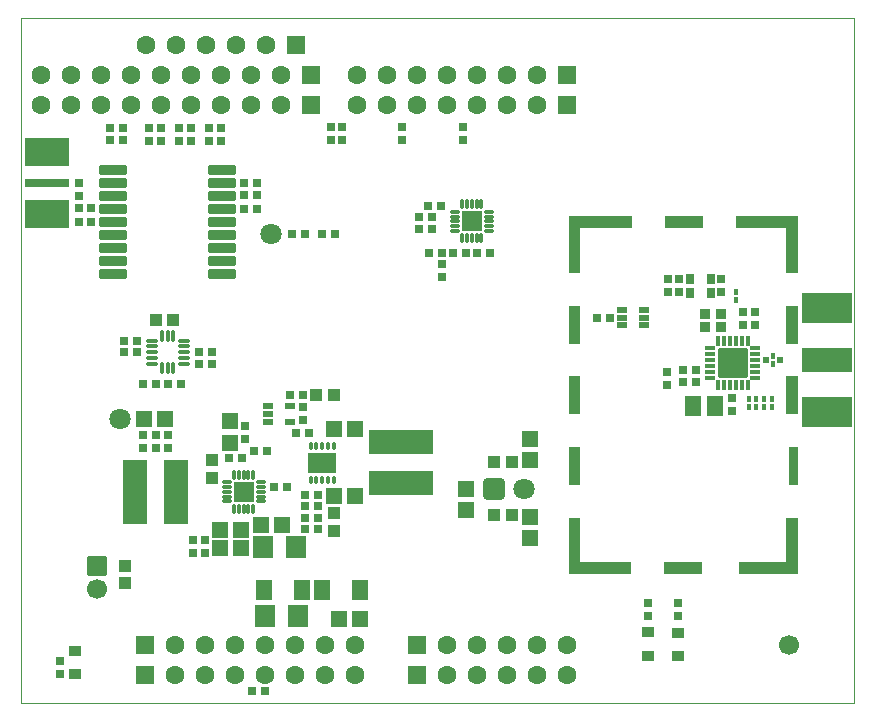
<source format=gts>
%FSAX43Y43*%
%MOMM*%
G71*
G01*
G75*
G04 Layer_Color=8388736*
%ADD10R,0.350X0.400*%
G04:AMPARAMS|DCode=11|XSize=2.4mm|YSize=2.4mm|CornerRadius=0.06mm|HoleSize=0mm|Usage=FLASHONLY|Rotation=270.000|XOffset=0mm|YOffset=0mm|HoleType=Round|Shape=RoundedRectangle|*
%AMROUNDEDRECTD11*
21,1,2.400,2.280,0,0,270.0*
21,1,2.280,2.400,0,0,270.0*
1,1,0.120,-1.140,-1.140*
1,1,0.120,-1.140,1.140*
1,1,0.120,1.140,1.140*
1,1,0.120,1.140,-1.140*
%
%ADD11ROUNDEDRECTD11*%
%ADD12O,0.300X0.800*%
%ADD13O,0.800X0.300*%
%ADD14R,0.500X0.500*%
%ADD15R,0.850X0.400*%
%ADD16R,0.650X0.650*%
G04:AMPARAMS|DCode=17|XSize=0.65mm|YSize=3.6mm|CornerRadius=0.033mm|HoleSize=0mm|Usage=FLASHONLY|Rotation=270.000|XOffset=0mm|YOffset=0mm|HoleType=Round|Shape=RoundedRectangle|*
%AMROUNDEDRECTD17*
21,1,0.650,3.535,0,0,270.0*
21,1,0.585,3.600,0,0,270.0*
1,1,0.065,-1.768,-0.292*
1,1,0.065,-1.768,0.292*
1,1,0.065,1.768,0.292*
1,1,0.065,1.768,-0.292*
%
%ADD17ROUNDEDRECTD17*%
%ADD18R,1.300X1.300*%
%ADD19R,5.309X2.007*%
%ADD20R,2.007X5.309*%
%ADD21R,0.650X0.650*%
%ADD22O,0.220X0.800*%
%ADD23O,0.800X0.220*%
G04:AMPARAMS|DCode=24|XSize=1.6mm|YSize=1.6mm|CornerRadius=0.04mm|HoleSize=0mm|Usage=FLASHONLY|Rotation=180.000|XOffset=0mm|YOffset=0mm|HoleType=Round|Shape=RoundedRectangle|*
%AMROUNDEDRECTD24*
21,1,1.600,1.520,0,0,180.0*
21,1,1.520,1.600,0,0,180.0*
1,1,0.080,-0.760,0.760*
1,1,0.080,0.760,0.760*
1,1,0.080,0.760,-0.760*
1,1,0.080,-0.760,-0.760*
%
%ADD24ROUNDEDRECTD24*%
G04:AMPARAMS|DCode=25|XSize=2.3mm|YSize=0.8mm|CornerRadius=0.08mm|HoleSize=0mm|Usage=FLASHONLY|Rotation=0.000|XOffset=0mm|YOffset=0mm|HoleType=Round|Shape=RoundedRectangle|*
%AMROUNDEDRECTD25*
21,1,2.300,0.640,0,0,0.0*
21,1,2.140,0.800,0,0,0.0*
1,1,0.160,1.070,-0.320*
1,1,0.160,-1.070,-0.320*
1,1,0.160,-1.070,0.320*
1,1,0.160,1.070,0.320*
%
%ADD25ROUNDEDRECTD25*%
%ADD26R,1.300X1.600*%
%ADD27R,0.850X0.750*%
%ADD28R,1.600X1.800*%
%ADD29R,1.300X1.300*%
%ADD30R,0.900X0.900*%
%ADD31R,0.900X0.900*%
%ADD32R,1.300X1.600*%
%ADD33R,2.380X1.650*%
%ADD34O,0.250X0.600*%
%ADD35R,1.000X0.800*%
%ADD36O,0.900X0.300*%
%ADD37O,0.300X0.900*%
%ADD38R,0.600X0.800*%
%ADD39R,0.300X0.500*%
%ADD40R,0.550X0.550*%
%ADD41R,4.200X1.905*%
%ADD42C,0.600*%
%ADD43C,0.400*%
%ADD44C,0.250*%
%ADD45C,1.000*%
%ADD46C,0.650*%
%ADD47C,0.200*%
%ADD48C,0.257*%
%ADD49C,0.800*%
%ADD50C,0.300*%
%ADD51C,0.500*%
%ADD52C,1.200*%
%ADD53C,1.300*%
%ADD54C,0.900*%
%ADD55C,0.350*%
%ADD56C,0.700*%
%ADD57C,0.150*%
%ADD58C,0.050*%
%ADD59C,1.600*%
%ADD60C,1.500*%
%ADD61R,1.500X1.500*%
G04:AMPARAMS|DCode=62|XSize=2.2mm|YSize=3.6mm|CornerRadius=0.11mm|HoleSize=0mm|Usage=FLASHONLY|Rotation=270.000|XOffset=0mm|YOffset=0mm|HoleType=Round|Shape=RoundedRectangle|*
%AMROUNDEDRECTD62*
21,1,2.200,3.380,0,0,270.0*
21,1,1.980,3.600,0,0,270.0*
1,1,0.220,-1.690,-0.990*
1,1,0.220,-1.690,0.990*
1,1,0.220,1.690,0.990*
1,1,0.220,1.690,-0.990*
%
%ADD62ROUNDEDRECTD62*%
G04:AMPARAMS|DCode=63|XSize=1.6mm|YSize=1.6mm|CornerRadius=0.08mm|HoleSize=0mm|Usage=FLASHONLY|Rotation=270.000|XOffset=0mm|YOffset=0mm|HoleType=Round|Shape=RoundedRectangle|*
%AMROUNDEDRECTD63*
21,1,1.600,1.440,0,0,270.0*
21,1,1.440,1.600,0,0,270.0*
1,1,0.160,-0.720,-0.720*
1,1,0.160,-0.720,0.720*
1,1,0.160,0.720,0.720*
1,1,0.160,0.720,-0.720*
%
%ADD63ROUNDEDRECTD63*%
%ADD64C,1.700*%
G04:AMPARAMS|DCode=65|XSize=1.7mm|YSize=1.7mm|CornerRadius=0.17mm|HoleSize=0mm|Usage=FLASHONLY|Rotation=0.000|XOffset=0mm|YOffset=0mm|HoleType=Round|Shape=RoundedRectangle|*
%AMROUNDEDRECTD65*
21,1,1.700,1.360,0,0,0.0*
21,1,1.360,1.700,0,0,0.0*
1,1,0.340,0.680,-0.680*
1,1,0.340,-0.680,-0.680*
1,1,0.340,-0.680,0.680*
1,1,0.340,0.680,0.680*
%
%ADD65ROUNDEDRECTD65*%
%ADD66R,4.200X2.413*%
%ADD67C,0.400*%
%ADD68C,0.500*%
%ADD69C,0.600*%
%ADD70C,0.660*%
%ADD71C,0.100*%
%ADD72C,0.028*%
%ADD73C,0.025*%
%ADD74C,0.254*%
%ADD75R,0.450X0.500*%
G04:AMPARAMS|DCode=76|XSize=2.5mm|YSize=2.5mm|CornerRadius=0.11mm|HoleSize=0mm|Usage=FLASHONLY|Rotation=270.000|XOffset=0mm|YOffset=0mm|HoleType=Round|Shape=RoundedRectangle|*
%AMROUNDEDRECTD76*
21,1,2.500,2.280,0,0,270.0*
21,1,2.280,2.500,0,0,270.0*
1,1,0.220,-1.140,-1.140*
1,1,0.220,-1.140,1.140*
1,1,0.220,1.140,1.140*
1,1,0.220,1.140,-1.140*
%
%ADD76ROUNDEDRECTD76*%
%ADD77O,0.400X0.900*%
%ADD78O,0.900X0.400*%
%ADD79R,0.600X0.600*%
%ADD80R,0.950X0.500*%
%ADD81R,0.750X0.750*%
G04:AMPARAMS|DCode=82|XSize=0.75mm|YSize=3.7mm|CornerRadius=0.083mm|HoleSize=0mm|Usage=FLASHONLY|Rotation=270.000|XOffset=0mm|YOffset=0mm|HoleType=Round|Shape=RoundedRectangle|*
%AMROUNDEDRECTD82*
21,1,0.750,3.535,0,0,270.0*
21,1,0.585,3.700,0,0,270.0*
1,1,0.165,-1.768,-0.292*
1,1,0.165,-1.768,0.292*
1,1,0.165,1.768,0.292*
1,1,0.165,1.768,-0.292*
%
%ADD82ROUNDEDRECTD82*%
%ADD83R,1.400X1.400*%
%ADD84R,5.409X2.107*%
%ADD85R,2.107X5.409*%
%ADD86R,0.750X0.750*%
%ADD87O,0.320X0.900*%
%ADD88O,0.900X0.320*%
G04:AMPARAMS|DCode=89|XSize=1.7mm|YSize=1.7mm|CornerRadius=0.09mm|HoleSize=0mm|Usage=FLASHONLY|Rotation=180.000|XOffset=0mm|YOffset=0mm|HoleType=Round|Shape=RoundedRectangle|*
%AMROUNDEDRECTD89*
21,1,1.700,1.520,0,0,180.0*
21,1,1.520,1.700,0,0,180.0*
1,1,0.180,-0.760,0.760*
1,1,0.180,0.760,0.760*
1,1,0.180,0.760,-0.760*
1,1,0.180,-0.760,-0.760*
%
%ADD89ROUNDEDRECTD89*%
G04:AMPARAMS|DCode=90|XSize=2.4mm|YSize=0.9mm|CornerRadius=0.13mm|HoleSize=0mm|Usage=FLASHONLY|Rotation=0.000|XOffset=0mm|YOffset=0mm|HoleType=Round|Shape=RoundedRectangle|*
%AMROUNDEDRECTD90*
21,1,2.400,0.640,0,0,0.0*
21,1,2.140,0.900,0,0,0.0*
1,1,0.260,1.070,-0.320*
1,1,0.260,-1.070,-0.320*
1,1,0.260,-1.070,0.320*
1,1,0.260,1.070,0.320*
%
%ADD90ROUNDEDRECTD90*%
%ADD91R,1.400X1.700*%
%ADD92R,0.950X0.850*%
%ADD93R,1.700X1.900*%
%ADD94R,1.400X1.400*%
%ADD95R,1.000X1.000*%
%ADD96R,1.000X1.000*%
%ADD97R,1.400X1.700*%
%ADD98R,2.480X1.750*%
%ADD99O,0.350X0.700*%
%ADD100R,1.100X0.900*%
%ADD101O,1.000X0.400*%
%ADD102O,0.400X1.000*%
%ADD103R,0.700X0.900*%
%ADD104R,0.350X0.550*%
%ADD105R,0.600X0.600*%
%ADD106R,4.300X2.005*%
%ADD107R,1.600X1.600*%
G04:AMPARAMS|DCode=108|XSize=2.4mm|YSize=3.8mm|CornerRadius=0.21mm|HoleSize=0mm|Usage=FLASHONLY|Rotation=270.000|XOffset=0mm|YOffset=0mm|HoleType=Round|Shape=RoundedRectangle|*
%AMROUNDEDRECTD108*
21,1,2.400,3.380,0,0,270.0*
21,1,1.980,3.800,0,0,270.0*
1,1,0.420,-1.690,-0.990*
1,1,0.420,-1.690,0.990*
1,1,0.420,1.690,0.990*
1,1,0.420,1.690,-0.990*
%
%ADD108ROUNDEDRECTD108*%
G04:AMPARAMS|DCode=109|XSize=1.7mm|YSize=1.7mm|CornerRadius=0.13mm|HoleSize=0mm|Usage=FLASHONLY|Rotation=270.000|XOffset=0mm|YOffset=0mm|HoleType=Round|Shape=RoundedRectangle|*
%AMROUNDEDRECTD109*
21,1,1.700,1.440,0,0,270.0*
21,1,1.440,1.700,0,0,270.0*
1,1,0.260,-0.720,-0.720*
1,1,0.260,-0.720,0.720*
1,1,0.260,0.720,0.720*
1,1,0.260,0.720,-0.720*
%
%ADD109ROUNDEDRECTD109*%
%ADD110C,1.800*%
G04:AMPARAMS|DCode=111|XSize=1.8mm|YSize=1.8mm|CornerRadius=0.22mm|HoleSize=0mm|Usage=FLASHONLY|Rotation=0.000|XOffset=0mm|YOffset=0mm|HoleType=Round|Shape=RoundedRectangle|*
%AMROUNDEDRECTD111*
21,1,1.800,1.360,0,0,0.0*
21,1,1.360,1.800,0,0,0.0*
1,1,0.440,0.680,-0.680*
1,1,0.440,-0.680,-0.680*
1,1,0.440,-0.680,0.680*
1,1,0.440,0.680,0.680*
%
%ADD111ROUNDEDRECTD111*%
%ADD112R,4.300X2.513*%
G36*
X0047350Y0018400D02*
X0046350D01*
Y0021600D01*
X0047350D01*
Y0018400D01*
D02*
G37*
G36*
X0065750D02*
X0064975D01*
Y0021600D01*
X0065750D01*
Y0018400D01*
D02*
G37*
G36*
X0047350Y0024400D02*
X0046350D01*
Y0027650D01*
X0047350D01*
Y0024400D01*
D02*
G37*
G36*
Y0011900D02*
X0051650D01*
Y0010900D01*
X0046350D01*
Y0011900D01*
Y0015650D01*
X0047350D01*
Y0011900D01*
D02*
G37*
G36*
X0057650Y0010900D02*
X0054450D01*
Y0011900D01*
X0057650D01*
Y0010900D01*
D02*
G37*
G36*
X0065750Y0011900D02*
X0065750D01*
Y0010900D01*
X0060750D01*
Y0011900D01*
X0064750D01*
Y0015650D01*
X0065750D01*
Y0011900D01*
D02*
G37*
G36*
X0047350Y0041200D02*
X0051700D01*
Y0040200D01*
X0047350D01*
Y0036400D01*
X0046350D01*
Y0041200D01*
X0047350D01*
Y0041200D01*
D02*
G37*
G36*
X0065800D02*
Y0040200D01*
Y0036400D01*
X0064800D01*
Y0040200D01*
X0060500D01*
Y0041200D01*
X0064800D01*
Y0041200D01*
X0065800D01*
Y0041200D01*
D02*
G37*
G36*
X0057700Y0040200D02*
X0054500D01*
Y0041200D01*
X0057700D01*
Y0040200D01*
D02*
G37*
G36*
X0065750Y0024400D02*
X0064750D01*
Y0027650D01*
X0065750D01*
Y0024400D01*
D02*
G37*
G36*
X0047350Y0030400D02*
X0046350D01*
Y0033600D01*
X0047350D01*
Y0030400D01*
D02*
G37*
G36*
X0065750D02*
X0064750D01*
Y0033600D01*
X0065750D01*
Y0030400D01*
D02*
G37*
D58*
X0000000Y0058000D02*
X0070500D01*
Y0000000D02*
Y0058000D01*
X0000000Y0000000D02*
X0070500D01*
X0000000D02*
Y0058000D01*
D59*
X0028420Y0053150D02*
D03*
X0030960D02*
D03*
X0033500D02*
D03*
X0036040D02*
D03*
X0038580D02*
D03*
X0041120D02*
D03*
X0043660D02*
D03*
X0021960D02*
D03*
X0016880D02*
D03*
X0014340D02*
D03*
X0011800D02*
D03*
X0009260D02*
D03*
X0006720D02*
D03*
X0004180D02*
D03*
X0001640D02*
D03*
X0019420D02*
D03*
X0028280Y0004890D02*
D03*
X0025740D02*
D03*
X0023200D02*
D03*
X0020660D02*
D03*
X0018120D02*
D03*
X0015580D02*
D03*
X0013040D02*
D03*
X0046200D02*
D03*
X0043660D02*
D03*
X0041120D02*
D03*
X0038580D02*
D03*
X0036040D02*
D03*
X0013040Y0002350D02*
D03*
X0015580D02*
D03*
X0018120D02*
D03*
X0020660D02*
D03*
X0023200D02*
D03*
X0025740D02*
D03*
X0028280D02*
D03*
X0046200D02*
D03*
X0043660D02*
D03*
X0041120D02*
D03*
X0038580D02*
D03*
X0036040D02*
D03*
X0019420Y0050610D02*
D03*
X0001640D02*
D03*
X0004180D02*
D03*
X0006720D02*
D03*
X0009260D02*
D03*
X0011800D02*
D03*
X0014340D02*
D03*
X0016880D02*
D03*
X0021960D02*
D03*
X0043660D02*
D03*
X0041120D02*
D03*
X0038580D02*
D03*
X0036040D02*
D03*
X0033500D02*
D03*
X0030960D02*
D03*
X0028420D02*
D03*
X0010530Y0055690D02*
D03*
X0013070D02*
D03*
X0015610D02*
D03*
X0018150D02*
D03*
X0020690D02*
D03*
D64*
X0065000Y0004890D02*
D03*
X0006400Y0009600D02*
D03*
D75*
X0061600Y0025000D02*
D03*
Y0025700D02*
D03*
X0062250Y0025000D02*
D03*
Y0025700D02*
D03*
X0062900Y0025000D02*
D03*
Y0025700D02*
D03*
X0063550Y0025000D02*
D03*
Y0025700D02*
D03*
X0060500Y0034800D02*
D03*
Y0034100D02*
D03*
D76*
X0060250Y0028750D02*
D03*
D77*
X0061500Y0030650D02*
D03*
X0061000D02*
D03*
X0060500D02*
D03*
X0060000D02*
D03*
X0059500D02*
D03*
X0059000D02*
D03*
Y0026850D02*
D03*
X0059500D02*
D03*
X0060000D02*
D03*
X0060500D02*
D03*
X0061000D02*
D03*
X0061500D02*
D03*
D78*
X0058350Y0030000D02*
D03*
Y0029500D02*
D03*
Y0029000D02*
D03*
Y0028500D02*
D03*
Y0028000D02*
D03*
Y0027500D02*
D03*
X0062150D02*
D03*
Y0028000D02*
D03*
Y0028500D02*
D03*
Y0029000D02*
D03*
Y0029500D02*
D03*
Y0030000D02*
D03*
D79*
X0065350Y0011300D02*
D03*
D80*
X0052769Y0031930D02*
D03*
Y0032580D02*
D03*
Y0033230D02*
D03*
X0050869D02*
D03*
Y0032580D02*
D03*
Y0031930D02*
D03*
X0022792Y0025096D02*
D03*
Y0023796D02*
D03*
X0020892D02*
D03*
Y0024446D02*
D03*
Y0025096D02*
D03*
D81*
X0026612Y0039645D02*
D03*
X0025512D02*
D03*
X0034775Y0041100D02*
D03*
X0033675D02*
D03*
X0019995Y0041800D02*
D03*
X0018895D02*
D03*
X0034461Y0042050D02*
D03*
X0035561D02*
D03*
X0004857Y0040700D02*
D03*
X0005957D02*
D03*
X0019995Y0043000D02*
D03*
X0018895D02*
D03*
X0057100Y0028150D02*
D03*
X0056000D02*
D03*
X0057100Y0027150D02*
D03*
X0056000D02*
D03*
X0019995Y0044000D02*
D03*
X0018895D02*
D03*
X0034500Y0038050D02*
D03*
X0035600D02*
D03*
X0005957Y0041900D02*
D03*
X0004857D02*
D03*
X0036561Y0038050D02*
D03*
X0037661D02*
D03*
X0038611D02*
D03*
X0039711D02*
D03*
X0034775Y0040125D02*
D03*
X0033675D02*
D03*
X0007550Y0048625D02*
D03*
X0008650D02*
D03*
X0007550Y0047650D02*
D03*
X0008650D02*
D03*
X0024050Y0016625D02*
D03*
X0025150D02*
D03*
X0024050Y0015650D02*
D03*
X0025150D02*
D03*
Y0014700D02*
D03*
X0024050D02*
D03*
X0024350Y0022850D02*
D03*
X0023250D02*
D03*
X0010342Y0022694D02*
D03*
X0011442D02*
D03*
X0019700Y0021300D02*
D03*
X0020800D02*
D03*
X0017630Y0020700D02*
D03*
X0018730D02*
D03*
X0021400Y0018244D02*
D03*
X0022500D02*
D03*
X0019550Y0001000D02*
D03*
X0020650D02*
D03*
X0024050Y0017589D02*
D03*
X0025150D02*
D03*
X0011442Y0021594D02*
D03*
X0010342D02*
D03*
X0023867Y0026050D02*
D03*
X0022767D02*
D03*
X0049834Y0032580D02*
D03*
X0048734D02*
D03*
X0024000Y0039650D02*
D03*
X0022900D02*
D03*
X0009850Y0029700D02*
D03*
X0008750D02*
D03*
X0009850Y0030650D02*
D03*
X0008750D02*
D03*
X0011450Y0026950D02*
D03*
X0010350D02*
D03*
X0013500D02*
D03*
X0012400D02*
D03*
X0016200Y0029650D02*
D03*
X0015100D02*
D03*
X0016200Y0028650D02*
D03*
X0015100D02*
D03*
D82*
X0002200Y0044000D02*
D03*
D83*
X0037700Y0018100D02*
D03*
Y0016300D02*
D03*
X0043090Y0013950D02*
D03*
Y0015750D02*
D03*
X0043090Y0022300D02*
D03*
Y0020500D02*
D03*
X0017649Y0023817D02*
D03*
Y0022017D02*
D03*
D84*
X0032150Y0018547D02*
D03*
Y0022053D02*
D03*
D85*
X0009647Y0017800D02*
D03*
X0013153D02*
D03*
D86*
X0004857Y0042900D02*
D03*
Y0044000D02*
D03*
X0062100Y0031998D02*
D03*
Y0033098D02*
D03*
X0060150Y0025750D02*
D03*
Y0024650D02*
D03*
X0053050Y0007321D02*
D03*
Y0008421D02*
D03*
X0055600Y0007321D02*
D03*
Y0008421D02*
D03*
X0016880Y0047550D02*
D03*
Y0048650D02*
D03*
X0014340Y0047550D02*
D03*
Y0048650D02*
D03*
X0026200Y0047600D02*
D03*
Y0048700D02*
D03*
X0015900Y0047550D02*
D03*
Y0048650D02*
D03*
X0027200Y0047600D02*
D03*
Y0048700D02*
D03*
X0011800Y0047550D02*
D03*
Y0048650D02*
D03*
X0032286Y0047600D02*
D03*
Y0048700D02*
D03*
X0037390Y0047600D02*
D03*
Y0048700D02*
D03*
X0054700Y0028000D02*
D03*
Y0026900D02*
D03*
X0061150Y0033100D02*
D03*
Y0032000D02*
D03*
X0015531Y0013800D02*
D03*
Y0012700D02*
D03*
X0003250Y0003500D02*
D03*
Y0002400D02*
D03*
X0012442Y0021594D02*
D03*
Y0022694D02*
D03*
X0014575Y0013800D02*
D03*
Y0012700D02*
D03*
X0018925Y0023434D02*
D03*
Y0022334D02*
D03*
X0023867Y0023900D02*
D03*
Y0025000D02*
D03*
X0013350Y0047550D02*
D03*
Y0048650D02*
D03*
X0010850Y0047550D02*
D03*
Y0048650D02*
D03*
X0054750Y0035850D02*
D03*
Y0034750D02*
D03*
X0059275D02*
D03*
Y0035850D02*
D03*
X0055700D02*
D03*
Y0034750D02*
D03*
X0035600Y0037100D02*
D03*
Y0036000D02*
D03*
D87*
X0038961Y0039300D02*
D03*
X0038561D02*
D03*
X0038161D02*
D03*
X0037761D02*
D03*
X0037361D02*
D03*
Y0042200D02*
D03*
X0037761D02*
D03*
X0038161D02*
D03*
X0038561D02*
D03*
X0038961D02*
D03*
X0019650Y0019294D02*
D03*
X0019250D02*
D03*
X0018850D02*
D03*
X0018450D02*
D03*
X0018050D02*
D03*
Y0016394D02*
D03*
X0018450D02*
D03*
X0018850D02*
D03*
X0019250D02*
D03*
X0019650D02*
D03*
D88*
X0036711Y0039950D02*
D03*
Y0040350D02*
D03*
Y0040750D02*
D03*
Y0041150D02*
D03*
Y0041550D02*
D03*
X0039611D02*
D03*
Y0041150D02*
D03*
Y0040750D02*
D03*
Y0040350D02*
D03*
Y0039950D02*
D03*
X0020300Y0017044D02*
D03*
Y0017444D02*
D03*
Y0017844D02*
D03*
Y0018244D02*
D03*
Y0018644D02*
D03*
X0017400D02*
D03*
Y0018244D02*
D03*
Y0017844D02*
D03*
Y0017444D02*
D03*
Y0017044D02*
D03*
D89*
X0038161Y0040750D02*
D03*
X0018850Y0017844D02*
D03*
D90*
X0007810Y0045100D02*
D03*
Y0044000D02*
D03*
Y0042900D02*
D03*
Y0041800D02*
D03*
Y0040700D02*
D03*
Y0039600D02*
D03*
Y0036300D02*
D03*
Y0037400D02*
D03*
Y0038500D02*
D03*
X0017010Y0042900D02*
D03*
Y0044000D02*
D03*
Y0045100D02*
D03*
Y0041800D02*
D03*
Y0040700D02*
D03*
Y0039600D02*
D03*
Y0038500D02*
D03*
Y0037400D02*
D03*
Y0036300D02*
D03*
D91*
X0058720Y0025150D02*
D03*
X0056920D02*
D03*
D92*
X0057925Y0032875D02*
D03*
Y0031825D02*
D03*
X0059275Y0032875D02*
D03*
Y0031825D02*
D03*
D93*
X0023450Y0007350D02*
D03*
X0020650D02*
D03*
X0020450Y0013144D02*
D03*
X0023250D02*
D03*
D94*
X0026900Y0007100D02*
D03*
X0028700D02*
D03*
X0028250Y0017450D02*
D03*
X0026450D02*
D03*
X0028250Y0023200D02*
D03*
X0026450D02*
D03*
X0012192Y0023994D02*
D03*
X0010392D02*
D03*
X0016850Y0013044D02*
D03*
X0018650D02*
D03*
Y0014644D02*
D03*
X0016850D02*
D03*
X0022100Y0014994D02*
D03*
X0020300D02*
D03*
D95*
X0025000Y0026050D02*
D03*
X0026500D02*
D03*
X0040040Y0020350D02*
D03*
X0041540D02*
D03*
X0040040Y0015900D02*
D03*
X0041540D02*
D03*
X0011400Y0032350D02*
D03*
X0012900D02*
D03*
D96*
X0026450Y0016044D02*
D03*
Y0014544D02*
D03*
X0016125Y0020525D02*
D03*
Y0019025D02*
D03*
X0008800Y0010100D02*
D03*
Y0011600D02*
D03*
D97*
X0020550Y0009550D02*
D03*
X0023750D02*
D03*
X0028700D02*
D03*
X0025500D02*
D03*
D98*
X0025500Y0020300D02*
D03*
D99*
X0026500Y0018850D02*
D03*
X0026000D02*
D03*
X0025500D02*
D03*
X0025000D02*
D03*
X0024500D02*
D03*
Y0021750D02*
D03*
X0025000D02*
D03*
X0025500D02*
D03*
X0026000D02*
D03*
X0026500D02*
D03*
D100*
X0004550Y0002400D02*
D03*
Y0004400D02*
D03*
X0055600Y0003921D02*
D03*
Y0005921D02*
D03*
X0053050Y0003971D02*
D03*
Y0005971D02*
D03*
D101*
X0013750Y0030650D02*
D03*
Y0030150D02*
D03*
Y0029650D02*
D03*
Y0028650D02*
D03*
Y0029150D02*
D03*
X0011050Y0029150D02*
D03*
Y0028650D02*
D03*
Y0029650D02*
D03*
Y0030150D02*
D03*
Y0030650D02*
D03*
D102*
X0011900Y0031000D02*
D03*
X0012400D02*
D03*
X0012900D02*
D03*
Y0028300D02*
D03*
X0012400D02*
D03*
X0011900D02*
D03*
D103*
X0058400Y0034700D02*
D03*
Y0035900D02*
D03*
X0056600Y0034700D02*
D03*
Y0035900D02*
D03*
D104*
X0063650Y0028650D02*
D03*
Y0029350D02*
D03*
D105*
X0064250Y0029000D02*
D03*
X0063050D02*
D03*
D106*
X0068200D02*
D03*
D107*
X0046200Y0053150D02*
D03*
X0024500D02*
D03*
X0010500Y0004890D02*
D03*
X0033500D02*
D03*
X0010500Y0002350D02*
D03*
X0033500D02*
D03*
X0024500Y0050610D02*
D03*
X0046200D02*
D03*
X0023230Y0055690D02*
D03*
D108*
X0002200Y0046650D02*
D03*
Y0041350D02*
D03*
D109*
X0006400Y0011600D02*
D03*
D110*
X0021190Y0039645D02*
D03*
X0008342Y0023994D02*
D03*
X0042590Y0018100D02*
D03*
D111*
X0040050D02*
D03*
D112*
X0068200Y0024620D02*
D03*
Y0033380D02*
D03*
M02*

</source>
